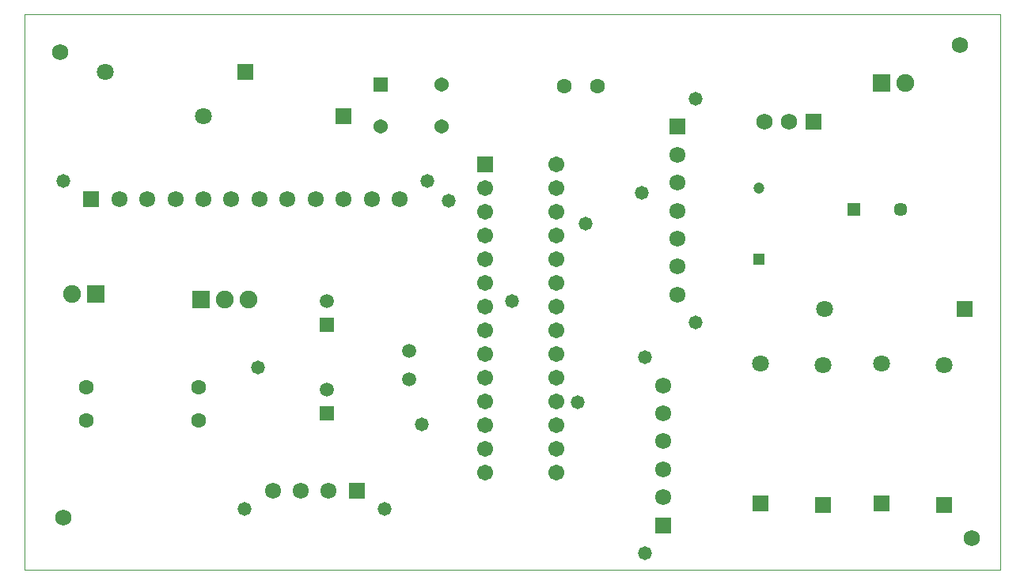
<source format=gbs>
G04*
G04 #@! TF.GenerationSoftware,Altium Limited,Altium Designer,21.2.2 (38)*
G04*
G04 Layer_Color=16711935*
%FSLAX25Y25*%
%MOIN*%
G70*
G04*
G04 #@! TF.SameCoordinates,D0C09C63-79EA-4D83-9DA0-2B2549F26A19*
G04*
G04*
G04 #@! TF.FilePolarity,Negative*
G04*
G01*
G75*
%ADD15C,0.00004*%
%ADD16C,0.05709*%
%ADD17R,0.05709X0.05709*%
%ADD18R,0.07099X0.07099*%
%ADD19C,0.07099*%
%ADD20R,0.07099X0.07099*%
%ADD21R,0.07493X0.07493*%
%ADD22C,0.07493*%
%ADD23C,0.06784*%
%ADD24C,0.05800*%
%ADD25R,0.06784X0.06784*%
%ADD26R,0.06784X0.06784*%
%ADD27C,0.06800*%
%ADD28C,0.06312*%
%ADD29C,0.05918*%
%ADD30R,0.05918X0.05918*%
%ADD31C,0.05918*%
%ADD32C,0.06706*%
%ADD33R,0.06706X0.06706*%
%ADD34C,0.04724*%
%ADD35R,0.04724X0.04724*%
%ADD36C,0.06902*%
%ADD37R,0.06902X0.06902*%
%ADD38C,0.06063*%
%ADD39R,0.06063X0.06063*%
D15*
X157500Y438500D02*
X568500D01*
Y204000D02*
Y438500D01*
X157500Y204000D02*
X568500D01*
X157500D02*
Y438500D01*
D16*
X526500Y356000D02*
D03*
D17*
X506815D02*
D03*
D18*
X553527Y314000D02*
D03*
X292000Y395500D02*
D03*
X250528Y414000D02*
D03*
D19*
X494472Y314000D02*
D03*
X518500Y291028D02*
D03*
X232945Y395500D02*
D03*
X191472Y414000D02*
D03*
X545000Y290555D02*
D03*
X467500Y291028D02*
D03*
X494000Y290528D02*
D03*
D20*
X518500Y231972D02*
D03*
X545000Y231500D02*
D03*
X467500Y231972D02*
D03*
X494000Y231472D02*
D03*
D21*
X232000Y318000D02*
D03*
X187500Y320500D02*
D03*
X518500Y409500D02*
D03*
D22*
X242000Y318000D02*
D03*
X252000D02*
D03*
X177500Y320500D02*
D03*
X528500Y409500D02*
D03*
D23*
X426500Y258311D02*
D03*
Y234689D02*
D03*
Y246500D02*
D03*
Y270122D02*
D03*
Y281933D02*
D03*
X262067Y237500D02*
D03*
X273878D02*
D03*
X285689D02*
D03*
X315555Y360500D02*
D03*
X303744D02*
D03*
X280122D02*
D03*
X256500D02*
D03*
X244689D02*
D03*
X221067D02*
D03*
X197445D02*
D03*
X209256D02*
D03*
X232878D02*
D03*
X268311D02*
D03*
X291933D02*
D03*
X432500Y343811D02*
D03*
Y367433D02*
D03*
Y379244D02*
D03*
Y355622D02*
D03*
Y332000D02*
D03*
Y320189D02*
D03*
D24*
X418784Y211067D02*
D03*
Y293744D02*
D03*
X250256Y229784D02*
D03*
X309311D02*
D03*
X173823Y368216D02*
D03*
X327366D02*
D03*
X440216Y308378D02*
D03*
Y402866D02*
D03*
X363000Y317500D02*
D03*
X325000Y265500D02*
D03*
X256000Y289500D02*
D03*
X390500Y274728D02*
D03*
X394000Y350000D02*
D03*
X417681Y363000D02*
D03*
X336250Y359728D02*
D03*
D25*
X426500Y222878D02*
D03*
X432500Y391055D02*
D03*
D26*
X297500Y237500D02*
D03*
X185634Y360500D02*
D03*
D27*
X174000Y226000D02*
D03*
X556500Y217500D02*
D03*
X551500Y425500D02*
D03*
X172500Y422500D02*
D03*
D28*
X385000Y408000D02*
D03*
X398780D02*
D03*
X231000Y267220D02*
D03*
Y281000D02*
D03*
X183500Y267220D02*
D03*
Y281000D02*
D03*
D29*
X319500Y284398D02*
D03*
Y296602D02*
D03*
D30*
X285000Y307500D02*
D03*
Y270000D02*
D03*
D31*
Y317500D02*
D03*
Y280000D02*
D03*
D32*
X381500Y245000D02*
D03*
Y255000D02*
D03*
Y265000D02*
D03*
Y275000D02*
D03*
Y285000D02*
D03*
Y295000D02*
D03*
Y305000D02*
D03*
Y315000D02*
D03*
Y325000D02*
D03*
Y335000D02*
D03*
Y345000D02*
D03*
Y355000D02*
D03*
Y365000D02*
D03*
Y375000D02*
D03*
X351500Y245000D02*
D03*
Y255000D02*
D03*
Y265000D02*
D03*
Y275000D02*
D03*
Y285000D02*
D03*
Y295000D02*
D03*
Y305000D02*
D03*
Y315000D02*
D03*
Y325000D02*
D03*
Y335000D02*
D03*
Y345000D02*
D03*
Y355000D02*
D03*
Y365000D02*
D03*
D33*
Y375000D02*
D03*
D34*
X467000Y365012D02*
D03*
D35*
Y334988D02*
D03*
D36*
X469264Y393000D02*
D03*
X479500D02*
D03*
D37*
X489736D02*
D03*
D38*
X333295Y391142D02*
D03*
X307705D02*
D03*
X333295Y408858D02*
D03*
D39*
X307705D02*
D03*
M02*

</source>
